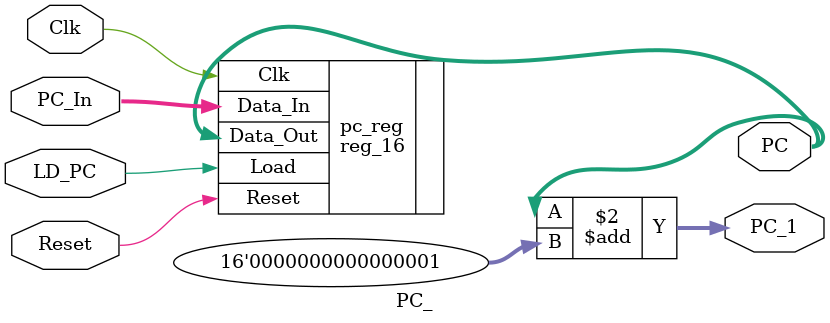
<source format=sv>
module PC_ (input logic Clk, LD_PC, Reset,
              input  logic [15:0]  PC_In,
              output logic [15:0]  PC, PC_1);


reg_16 pc_reg(.Clk(Clk), .Reset, .Load(LD_PC), .Data_In(PC_In), .Data_Out(PC));

always_comb
begin
	PC_1 = PC + 16'b0000000000000001;

end

endmodule
</source>
